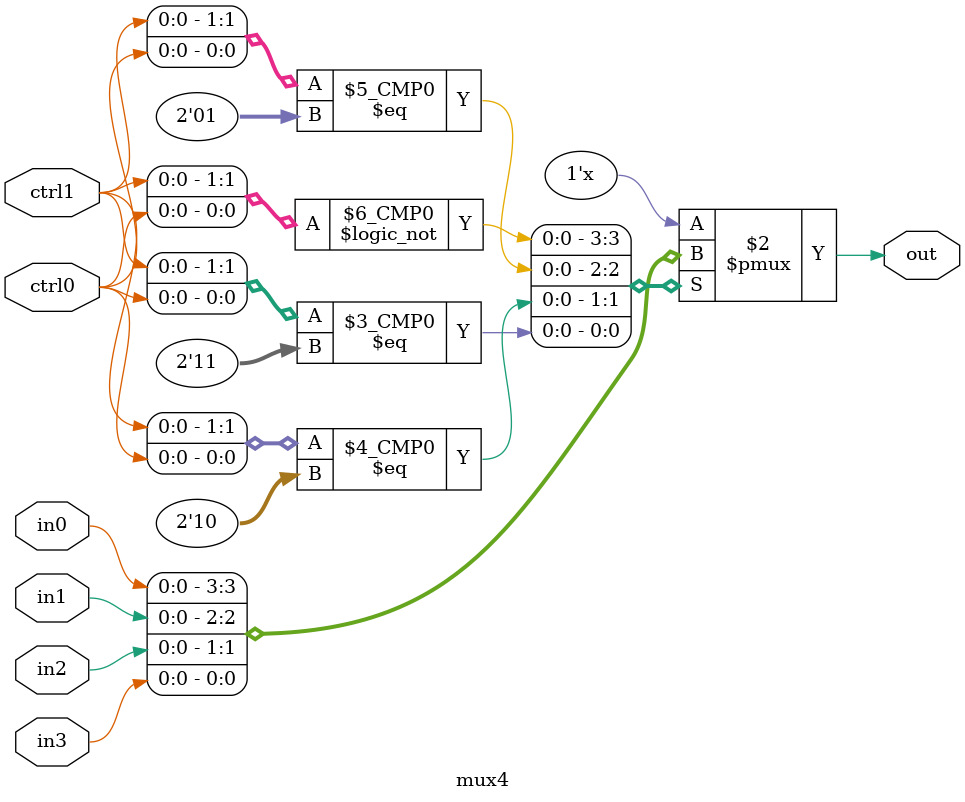
<source format=v>
module mux4(out, in0, in1, in2, in3, ctrl0, ctrl1);
	output out;
	reg out;
	input in0, in1, in2, in3, ctrl0, ctrl1;
	always @ (in0, in1, in2, in3, ctrl0, ctrl1)
	begin
	case({ctrl1, ctrl0})
		2'b00: out = in0;
		2'b01: out = in1;
		2'b10: out = in2;
		2'b11: out = in3;
			
	endcase
end
endmodule

</source>
